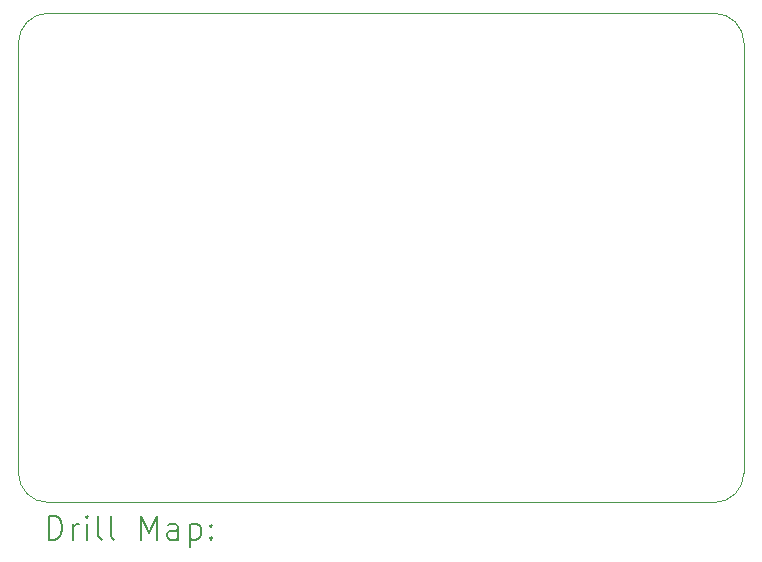
<source format=gbr>
%TF.GenerationSoftware,KiCad,Pcbnew,9.0.0-rc1*%
%TF.CreationDate,2025-01-29T12:40:25+01:00*%
%TF.ProjectId,Cinclidae,43696e63-6c69-4646-9165-2e6b69636164,rev?*%
%TF.SameCoordinates,PX8eb7a50PY5ee3fe0*%
%TF.FileFunction,Drillmap*%
%TF.FilePolarity,Positive*%
%FSLAX45Y45*%
G04 Gerber Fmt 4.5, Leading zero omitted, Abs format (unit mm)*
G04 Created by KiCad (PCBNEW 9.0.0-rc1) date 2025-01-29 12:40:25*
%MOMM*%
%LPD*%
G01*
G04 APERTURE LIST*
%ADD10C,0.050000*%
%ADD11C,0.200000*%
G04 APERTURE END LIST*
D10*
X3071000Y-1821000D02*
G75*
G02*
X2821000Y-2071000I-250000J0D01*
G01*
X-3071000Y1821000D02*
G75*
G02*
X-2821000Y2071000I250000J0D01*
G01*
X3071000Y-1821000D02*
X3071000Y1821000D01*
X2821000Y2071000D02*
G75*
G02*
X3071000Y1821000I0J-250000D01*
G01*
X2821000Y2071000D02*
X-2821000Y2071000D01*
X-2821000Y-2071000D02*
G75*
G02*
X-3071000Y-1821000I0J250000D01*
G01*
X-3071000Y1821000D02*
X-3071000Y-1821000D01*
X-2821000Y-2071000D02*
X2821000Y-2071000D01*
D11*
X-2812723Y-2384984D02*
X-2812723Y-2184984D01*
X-2812723Y-2184984D02*
X-2765104Y-2184984D01*
X-2765104Y-2184984D02*
X-2736533Y-2194508D01*
X-2736533Y-2194508D02*
X-2717485Y-2213555D01*
X-2717485Y-2213555D02*
X-2707961Y-2232603D01*
X-2707961Y-2232603D02*
X-2698438Y-2270698D01*
X-2698438Y-2270698D02*
X-2698438Y-2299270D01*
X-2698438Y-2299270D02*
X-2707961Y-2337365D01*
X-2707961Y-2337365D02*
X-2717485Y-2356412D01*
X-2717485Y-2356412D02*
X-2736533Y-2375460D01*
X-2736533Y-2375460D02*
X-2765104Y-2384984D01*
X-2765104Y-2384984D02*
X-2812723Y-2384984D01*
X-2612723Y-2384984D02*
X-2612723Y-2251650D01*
X-2612723Y-2289746D02*
X-2603199Y-2270698D01*
X-2603199Y-2270698D02*
X-2593676Y-2261174D01*
X-2593676Y-2261174D02*
X-2574628Y-2251650D01*
X-2574628Y-2251650D02*
X-2555580Y-2251650D01*
X-2488914Y-2384984D02*
X-2488914Y-2251650D01*
X-2488914Y-2184984D02*
X-2498438Y-2194508D01*
X-2498438Y-2194508D02*
X-2488914Y-2204031D01*
X-2488914Y-2204031D02*
X-2479390Y-2194508D01*
X-2479390Y-2194508D02*
X-2488914Y-2184984D01*
X-2488914Y-2184984D02*
X-2488914Y-2204031D01*
X-2365104Y-2384984D02*
X-2384152Y-2375460D01*
X-2384152Y-2375460D02*
X-2393676Y-2356412D01*
X-2393676Y-2356412D02*
X-2393676Y-2184984D01*
X-2260342Y-2384984D02*
X-2279390Y-2375460D01*
X-2279390Y-2375460D02*
X-2288914Y-2356412D01*
X-2288914Y-2356412D02*
X-2288914Y-2184984D01*
X-2031771Y-2384984D02*
X-2031771Y-2184984D01*
X-2031771Y-2184984D02*
X-1965104Y-2327841D01*
X-1965104Y-2327841D02*
X-1898437Y-2184984D01*
X-1898437Y-2184984D02*
X-1898437Y-2384984D01*
X-1717485Y-2384984D02*
X-1717485Y-2280222D01*
X-1717485Y-2280222D02*
X-1727009Y-2261174D01*
X-1727009Y-2261174D02*
X-1746056Y-2251650D01*
X-1746056Y-2251650D02*
X-1784152Y-2251650D01*
X-1784152Y-2251650D02*
X-1803199Y-2261174D01*
X-1717485Y-2375460D02*
X-1736533Y-2384984D01*
X-1736533Y-2384984D02*
X-1784152Y-2384984D01*
X-1784152Y-2384984D02*
X-1803199Y-2375460D01*
X-1803199Y-2375460D02*
X-1812723Y-2356412D01*
X-1812723Y-2356412D02*
X-1812723Y-2337365D01*
X-1812723Y-2337365D02*
X-1803199Y-2318317D01*
X-1803199Y-2318317D02*
X-1784152Y-2308793D01*
X-1784152Y-2308793D02*
X-1736533Y-2308793D01*
X-1736533Y-2308793D02*
X-1717485Y-2299270D01*
X-1622247Y-2251650D02*
X-1622247Y-2451650D01*
X-1622247Y-2261174D02*
X-1603199Y-2251650D01*
X-1603199Y-2251650D02*
X-1565104Y-2251650D01*
X-1565104Y-2251650D02*
X-1546056Y-2261174D01*
X-1546056Y-2261174D02*
X-1536533Y-2270698D01*
X-1536533Y-2270698D02*
X-1527009Y-2289746D01*
X-1527009Y-2289746D02*
X-1527009Y-2346889D01*
X-1527009Y-2346889D02*
X-1536533Y-2365936D01*
X-1536533Y-2365936D02*
X-1546056Y-2375460D01*
X-1546056Y-2375460D02*
X-1565104Y-2384984D01*
X-1565104Y-2384984D02*
X-1603199Y-2384984D01*
X-1603199Y-2384984D02*
X-1622247Y-2375460D01*
X-1441295Y-2365936D02*
X-1431771Y-2375460D01*
X-1431771Y-2375460D02*
X-1441295Y-2384984D01*
X-1441295Y-2384984D02*
X-1450818Y-2375460D01*
X-1450818Y-2375460D02*
X-1441295Y-2365936D01*
X-1441295Y-2365936D02*
X-1441295Y-2384984D01*
X-1441295Y-2261174D02*
X-1431771Y-2270698D01*
X-1431771Y-2270698D02*
X-1441295Y-2280222D01*
X-1441295Y-2280222D02*
X-1450818Y-2270698D01*
X-1450818Y-2270698D02*
X-1441295Y-2261174D01*
X-1441295Y-2261174D02*
X-1441295Y-2280222D01*
M02*

</source>
